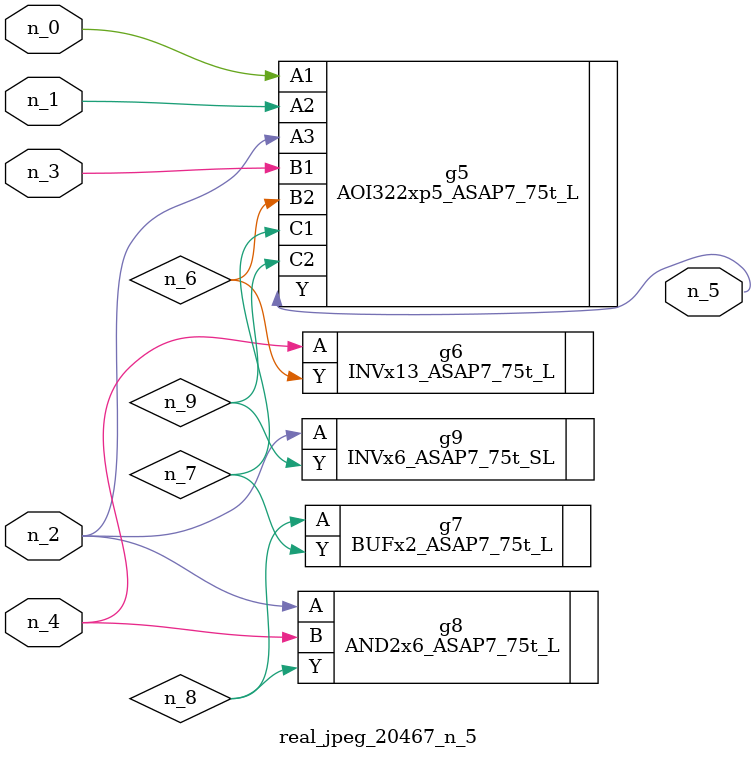
<source format=v>
module real_jpeg_20467_n_5 (n_4, n_0, n_1, n_2, n_3, n_5);

input n_4;
input n_0;
input n_1;
input n_2;
input n_3;

output n_5;

wire n_8;
wire n_6;
wire n_7;
wire n_9;

AOI322xp5_ASAP7_75t_L g5 ( 
.A1(n_0),
.A2(n_1),
.A3(n_2),
.B1(n_3),
.B2(n_6),
.C1(n_7),
.C2(n_9),
.Y(n_5)
);

AND2x6_ASAP7_75t_L g8 ( 
.A(n_2),
.B(n_4),
.Y(n_8)
);

INVx6_ASAP7_75t_SL g9 ( 
.A(n_2),
.Y(n_9)
);

INVx13_ASAP7_75t_L g6 ( 
.A(n_4),
.Y(n_6)
);

BUFx2_ASAP7_75t_L g7 ( 
.A(n_8),
.Y(n_7)
);


endmodule
</source>
